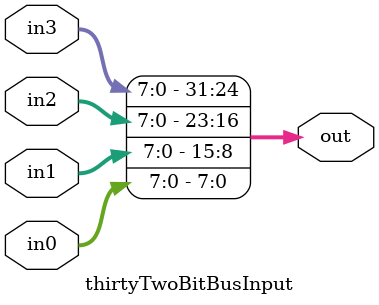
<source format=v>
module twoBitBusInput(input in0, in1, output [1 : 0] out);
    assign out[0] = in0;
    assign out[1] = in1;
endmodule

module eightBitBusOutput(input[7 : 0] in, output out0, out1, out2, out3, out4, out5, out6, out7);
	assign out0 = in[0];
	assign out1 = in[1];
	assign out2 = in[2];
	assign out3 = in[3];
	assign out4 = in[4];
	assign out5 = in[5];
	assign out6 = in[6];
	assign out7 = in[7];
endmodule

module eightBitBusInput(input in0, in1, in2, in3, in4, in5, in6, in7, output [7 : 0]out);
	assign out[0] = in0;
	assign out[1] = in1;
	assign out[2] = in2;
	assign out[3] = in3;
	assign out[4] = in4;
	assign out[5] = in5;
	assign out[6] = in6;
	assign out[7] = in7;
endmodule

module thirtyTwoBitBusOutput(input [31 : 0] in, output [7 : 0] out0, out1, out2, out3);
    assign out0 = in[1 * 8 - 1 : 0 * 8];
    assign out1 = in[2 * 8 - 1 : 1 * 8];
    assign out2 = in[3 * 8 - 1 : 2 * 8];
    assign out3 = in[4 * 8 - 1 : 3 * 8];
endmodule

module thirtyTwoBitBusInput(output [31 : 0] out, input [7 : 0] in0, in1, in2, in3);
    assign out[1 * 8 - 1 : 0 * 8] = in0;
    assign out[2 * 8 - 1 : 1 * 8] = in1;
    assign out[3 * 8 - 1 : 2 * 8] = in2;
    assign out[4 * 8 - 1 : 3 * 8] = in3;
endmodule

</source>
